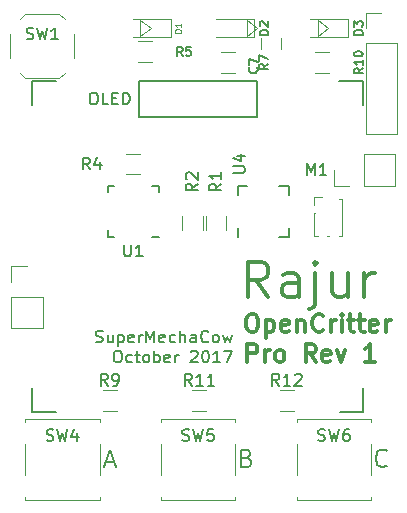
<source format=gto>
G04 #@! TF.FileFunction,Legend,Top*
%FSLAX46Y46*%
G04 Gerber Fmt 4.6, Leading zero omitted, Abs format (unit mm)*
G04 Created by KiCad (PCBNEW 4.0.6) date 10/02/17 14:09:37*
%MOMM*%
%LPD*%
G01*
G04 APERTURE LIST*
%ADD10C,0.100000*%
%ADD11C,0.200000*%
%ADD12C,0.300000*%
%ADD13C,0.120000*%
%ADD14C,0.150000*%
%ADD15C,0.125000*%
G04 APERTURE END LIST*
D10*
D11*
X142833332Y-81054762D02*
X142976189Y-81102381D01*
X143214285Y-81102381D01*
X143309523Y-81054762D01*
X143357142Y-81007143D01*
X143404761Y-80911905D01*
X143404761Y-80816667D01*
X143357142Y-80721429D01*
X143309523Y-80673810D01*
X143214285Y-80626190D01*
X143023808Y-80578571D01*
X142928570Y-80530952D01*
X142880951Y-80483333D01*
X142833332Y-80388095D01*
X142833332Y-80292857D01*
X142880951Y-80197619D01*
X142928570Y-80150000D01*
X143023808Y-80102381D01*
X143261904Y-80102381D01*
X143404761Y-80150000D01*
X144261904Y-80435714D02*
X144261904Y-81102381D01*
X143833332Y-80435714D02*
X143833332Y-80959524D01*
X143880951Y-81054762D01*
X143976189Y-81102381D01*
X144119047Y-81102381D01*
X144214285Y-81054762D01*
X144261904Y-81007143D01*
X144738094Y-80435714D02*
X144738094Y-81435714D01*
X144738094Y-80483333D02*
X144833332Y-80435714D01*
X145023809Y-80435714D01*
X145119047Y-80483333D01*
X145166666Y-80530952D01*
X145214285Y-80626190D01*
X145214285Y-80911905D01*
X145166666Y-81007143D01*
X145119047Y-81054762D01*
X145023809Y-81102381D01*
X144833332Y-81102381D01*
X144738094Y-81054762D01*
X146023809Y-81054762D02*
X145928571Y-81102381D01*
X145738094Y-81102381D01*
X145642856Y-81054762D01*
X145595237Y-80959524D01*
X145595237Y-80578571D01*
X145642856Y-80483333D01*
X145738094Y-80435714D01*
X145928571Y-80435714D01*
X146023809Y-80483333D01*
X146071428Y-80578571D01*
X146071428Y-80673810D01*
X145595237Y-80769048D01*
X146499999Y-81102381D02*
X146499999Y-80435714D01*
X146499999Y-80626190D02*
X146547618Y-80530952D01*
X146595237Y-80483333D01*
X146690475Y-80435714D01*
X146785714Y-80435714D01*
X147119047Y-81102381D02*
X147119047Y-80102381D01*
X147452381Y-80816667D01*
X147785714Y-80102381D01*
X147785714Y-81102381D01*
X148642857Y-81054762D02*
X148547619Y-81102381D01*
X148357142Y-81102381D01*
X148261904Y-81054762D01*
X148214285Y-80959524D01*
X148214285Y-80578571D01*
X148261904Y-80483333D01*
X148357142Y-80435714D01*
X148547619Y-80435714D01*
X148642857Y-80483333D01*
X148690476Y-80578571D01*
X148690476Y-80673810D01*
X148214285Y-80769048D01*
X149547619Y-81054762D02*
X149452381Y-81102381D01*
X149261904Y-81102381D01*
X149166666Y-81054762D01*
X149119047Y-81007143D01*
X149071428Y-80911905D01*
X149071428Y-80626190D01*
X149119047Y-80530952D01*
X149166666Y-80483333D01*
X149261904Y-80435714D01*
X149452381Y-80435714D01*
X149547619Y-80483333D01*
X149976190Y-81102381D02*
X149976190Y-80102381D01*
X150404762Y-81102381D02*
X150404762Y-80578571D01*
X150357143Y-80483333D01*
X150261905Y-80435714D01*
X150119047Y-80435714D01*
X150023809Y-80483333D01*
X149976190Y-80530952D01*
X151309524Y-81102381D02*
X151309524Y-80578571D01*
X151261905Y-80483333D01*
X151166667Y-80435714D01*
X150976190Y-80435714D01*
X150880952Y-80483333D01*
X151309524Y-81054762D02*
X151214286Y-81102381D01*
X150976190Y-81102381D01*
X150880952Y-81054762D01*
X150833333Y-80959524D01*
X150833333Y-80864286D01*
X150880952Y-80769048D01*
X150976190Y-80721429D01*
X151214286Y-80721429D01*
X151309524Y-80673810D01*
X152357143Y-81007143D02*
X152309524Y-81054762D01*
X152166667Y-81102381D01*
X152071429Y-81102381D01*
X151928571Y-81054762D01*
X151833333Y-80959524D01*
X151785714Y-80864286D01*
X151738095Y-80673810D01*
X151738095Y-80530952D01*
X151785714Y-80340476D01*
X151833333Y-80245238D01*
X151928571Y-80150000D01*
X152071429Y-80102381D01*
X152166667Y-80102381D01*
X152309524Y-80150000D01*
X152357143Y-80197619D01*
X152928571Y-81102381D02*
X152833333Y-81054762D01*
X152785714Y-81007143D01*
X152738095Y-80911905D01*
X152738095Y-80626190D01*
X152785714Y-80530952D01*
X152833333Y-80483333D01*
X152928571Y-80435714D01*
X153071429Y-80435714D01*
X153166667Y-80483333D01*
X153214286Y-80530952D01*
X153261905Y-80626190D01*
X153261905Y-80911905D01*
X153214286Y-81007143D01*
X153166667Y-81054762D01*
X153071429Y-81102381D01*
X152928571Y-81102381D01*
X153595238Y-80435714D02*
X153785714Y-81102381D01*
X153976191Y-80626190D01*
X154166667Y-81102381D01*
X154357143Y-80435714D01*
X144595236Y-81802381D02*
X144785713Y-81802381D01*
X144880951Y-81850000D01*
X144976189Y-81945238D01*
X145023808Y-82135714D01*
X145023808Y-82469048D01*
X144976189Y-82659524D01*
X144880951Y-82754762D01*
X144785713Y-82802381D01*
X144595236Y-82802381D01*
X144499998Y-82754762D01*
X144404760Y-82659524D01*
X144357141Y-82469048D01*
X144357141Y-82135714D01*
X144404760Y-81945238D01*
X144499998Y-81850000D01*
X144595236Y-81802381D01*
X145880951Y-82754762D02*
X145785713Y-82802381D01*
X145595236Y-82802381D01*
X145499998Y-82754762D01*
X145452379Y-82707143D01*
X145404760Y-82611905D01*
X145404760Y-82326190D01*
X145452379Y-82230952D01*
X145499998Y-82183333D01*
X145595236Y-82135714D01*
X145785713Y-82135714D01*
X145880951Y-82183333D01*
X146166665Y-82135714D02*
X146547617Y-82135714D01*
X146309522Y-81802381D02*
X146309522Y-82659524D01*
X146357141Y-82754762D01*
X146452379Y-82802381D01*
X146547617Y-82802381D01*
X147023808Y-82802381D02*
X146928570Y-82754762D01*
X146880951Y-82707143D01*
X146833332Y-82611905D01*
X146833332Y-82326190D01*
X146880951Y-82230952D01*
X146928570Y-82183333D01*
X147023808Y-82135714D01*
X147166666Y-82135714D01*
X147261904Y-82183333D01*
X147309523Y-82230952D01*
X147357142Y-82326190D01*
X147357142Y-82611905D01*
X147309523Y-82707143D01*
X147261904Y-82754762D01*
X147166666Y-82802381D01*
X147023808Y-82802381D01*
X147785713Y-82802381D02*
X147785713Y-81802381D01*
X147785713Y-82183333D02*
X147880951Y-82135714D01*
X148071428Y-82135714D01*
X148166666Y-82183333D01*
X148214285Y-82230952D01*
X148261904Y-82326190D01*
X148261904Y-82611905D01*
X148214285Y-82707143D01*
X148166666Y-82754762D01*
X148071428Y-82802381D01*
X147880951Y-82802381D01*
X147785713Y-82754762D01*
X149071428Y-82754762D02*
X148976190Y-82802381D01*
X148785713Y-82802381D01*
X148690475Y-82754762D01*
X148642856Y-82659524D01*
X148642856Y-82278571D01*
X148690475Y-82183333D01*
X148785713Y-82135714D01*
X148976190Y-82135714D01*
X149071428Y-82183333D01*
X149119047Y-82278571D01*
X149119047Y-82373810D01*
X148642856Y-82469048D01*
X149547618Y-82802381D02*
X149547618Y-82135714D01*
X149547618Y-82326190D02*
X149595237Y-82230952D01*
X149642856Y-82183333D01*
X149738094Y-82135714D01*
X149833333Y-82135714D01*
X150880952Y-81897619D02*
X150928571Y-81850000D01*
X151023809Y-81802381D01*
X151261905Y-81802381D01*
X151357143Y-81850000D01*
X151404762Y-81897619D01*
X151452381Y-81992857D01*
X151452381Y-82088095D01*
X151404762Y-82230952D01*
X150833333Y-82802381D01*
X151452381Y-82802381D01*
X152071428Y-81802381D02*
X152166667Y-81802381D01*
X152261905Y-81850000D01*
X152309524Y-81897619D01*
X152357143Y-81992857D01*
X152404762Y-82183333D01*
X152404762Y-82421429D01*
X152357143Y-82611905D01*
X152309524Y-82707143D01*
X152261905Y-82754762D01*
X152166667Y-82802381D01*
X152071428Y-82802381D01*
X151976190Y-82754762D01*
X151928571Y-82707143D01*
X151880952Y-82611905D01*
X151833333Y-82421429D01*
X151833333Y-82183333D01*
X151880952Y-81992857D01*
X151928571Y-81897619D01*
X151976190Y-81850000D01*
X152071428Y-81802381D01*
X153357143Y-82802381D02*
X152785714Y-82802381D01*
X153071428Y-82802381D02*
X153071428Y-81802381D01*
X152976190Y-81945238D01*
X152880952Y-82040476D01*
X152785714Y-82088095D01*
X153690476Y-81802381D02*
X154357143Y-81802381D01*
X153928571Y-82802381D01*
D10*
X162500000Y-54500000D02*
X161600000Y-55200000D01*
X161600000Y-55200000D02*
X161600000Y-53800000D01*
X161600000Y-53800000D02*
X162500000Y-54500000D01*
X155600000Y-53800000D02*
X156500000Y-54500000D01*
X155600000Y-55200000D02*
X155600000Y-53800000D01*
X156500000Y-54500000D02*
X155600000Y-55200000D01*
X147500000Y-54500000D02*
X146600000Y-55200000D01*
X146600000Y-53800000D02*
X147500000Y-54500000D01*
X146600000Y-55200000D02*
X146600000Y-53800000D01*
D12*
X155942857Y-78703571D02*
X156228571Y-78703571D01*
X156371429Y-78775000D01*
X156514286Y-78917857D01*
X156585714Y-79203571D01*
X156585714Y-79703571D01*
X156514286Y-79989286D01*
X156371429Y-80132143D01*
X156228571Y-80203571D01*
X155942857Y-80203571D01*
X155800000Y-80132143D01*
X155657143Y-79989286D01*
X155585714Y-79703571D01*
X155585714Y-79203571D01*
X155657143Y-78917857D01*
X155800000Y-78775000D01*
X155942857Y-78703571D01*
X157228572Y-79203571D02*
X157228572Y-80703571D01*
X157228572Y-79275000D02*
X157371429Y-79203571D01*
X157657143Y-79203571D01*
X157800000Y-79275000D01*
X157871429Y-79346429D01*
X157942858Y-79489286D01*
X157942858Y-79917857D01*
X157871429Y-80060714D01*
X157800000Y-80132143D01*
X157657143Y-80203571D01*
X157371429Y-80203571D01*
X157228572Y-80132143D01*
X159157143Y-80132143D02*
X159014286Y-80203571D01*
X158728572Y-80203571D01*
X158585715Y-80132143D01*
X158514286Y-79989286D01*
X158514286Y-79417857D01*
X158585715Y-79275000D01*
X158728572Y-79203571D01*
X159014286Y-79203571D01*
X159157143Y-79275000D01*
X159228572Y-79417857D01*
X159228572Y-79560714D01*
X158514286Y-79703571D01*
X159871429Y-79203571D02*
X159871429Y-80203571D01*
X159871429Y-79346429D02*
X159942857Y-79275000D01*
X160085715Y-79203571D01*
X160300000Y-79203571D01*
X160442857Y-79275000D01*
X160514286Y-79417857D01*
X160514286Y-80203571D01*
X162085715Y-80060714D02*
X162014286Y-80132143D01*
X161800000Y-80203571D01*
X161657143Y-80203571D01*
X161442858Y-80132143D01*
X161300000Y-79989286D01*
X161228572Y-79846429D01*
X161157143Y-79560714D01*
X161157143Y-79346429D01*
X161228572Y-79060714D01*
X161300000Y-78917857D01*
X161442858Y-78775000D01*
X161657143Y-78703571D01*
X161800000Y-78703571D01*
X162014286Y-78775000D01*
X162085715Y-78846429D01*
X162728572Y-80203571D02*
X162728572Y-79203571D01*
X162728572Y-79489286D02*
X162800000Y-79346429D01*
X162871429Y-79275000D01*
X163014286Y-79203571D01*
X163157143Y-79203571D01*
X163657143Y-80203571D02*
X163657143Y-79203571D01*
X163657143Y-78703571D02*
X163585714Y-78775000D01*
X163657143Y-78846429D01*
X163728571Y-78775000D01*
X163657143Y-78703571D01*
X163657143Y-78846429D01*
X164157143Y-79203571D02*
X164728572Y-79203571D01*
X164371429Y-78703571D02*
X164371429Y-79989286D01*
X164442857Y-80132143D01*
X164585715Y-80203571D01*
X164728572Y-80203571D01*
X165014286Y-79203571D02*
X165585715Y-79203571D01*
X165228572Y-78703571D02*
X165228572Y-79989286D01*
X165300000Y-80132143D01*
X165442858Y-80203571D01*
X165585715Y-80203571D01*
X166657143Y-80132143D02*
X166514286Y-80203571D01*
X166228572Y-80203571D01*
X166085715Y-80132143D01*
X166014286Y-79989286D01*
X166014286Y-79417857D01*
X166085715Y-79275000D01*
X166228572Y-79203571D01*
X166514286Y-79203571D01*
X166657143Y-79275000D01*
X166728572Y-79417857D01*
X166728572Y-79560714D01*
X166014286Y-79703571D01*
X167371429Y-80203571D02*
X167371429Y-79203571D01*
X167371429Y-79489286D02*
X167442857Y-79346429D01*
X167514286Y-79275000D01*
X167657143Y-79203571D01*
X167800000Y-79203571D01*
X155657143Y-82753571D02*
X155657143Y-81253571D01*
X156228571Y-81253571D01*
X156371429Y-81325000D01*
X156442857Y-81396429D01*
X156514286Y-81539286D01*
X156514286Y-81753571D01*
X156442857Y-81896429D01*
X156371429Y-81967857D01*
X156228571Y-82039286D01*
X155657143Y-82039286D01*
X157157143Y-82753571D02*
X157157143Y-81753571D01*
X157157143Y-82039286D02*
X157228571Y-81896429D01*
X157300000Y-81825000D01*
X157442857Y-81753571D01*
X157585714Y-81753571D01*
X158300000Y-82753571D02*
X158157142Y-82682143D01*
X158085714Y-82610714D01*
X158014285Y-82467857D01*
X158014285Y-82039286D01*
X158085714Y-81896429D01*
X158157142Y-81825000D01*
X158300000Y-81753571D01*
X158514285Y-81753571D01*
X158657142Y-81825000D01*
X158728571Y-81896429D01*
X158800000Y-82039286D01*
X158800000Y-82467857D01*
X158728571Y-82610714D01*
X158657142Y-82682143D01*
X158514285Y-82753571D01*
X158300000Y-82753571D01*
X161442857Y-82753571D02*
X160942857Y-82039286D01*
X160585714Y-82753571D02*
X160585714Y-81253571D01*
X161157142Y-81253571D01*
X161300000Y-81325000D01*
X161371428Y-81396429D01*
X161442857Y-81539286D01*
X161442857Y-81753571D01*
X161371428Y-81896429D01*
X161300000Y-81967857D01*
X161157142Y-82039286D01*
X160585714Y-82039286D01*
X162657142Y-82682143D02*
X162514285Y-82753571D01*
X162228571Y-82753571D01*
X162085714Y-82682143D01*
X162014285Y-82539286D01*
X162014285Y-81967857D01*
X162085714Y-81825000D01*
X162228571Y-81753571D01*
X162514285Y-81753571D01*
X162657142Y-81825000D01*
X162728571Y-81967857D01*
X162728571Y-82110714D01*
X162014285Y-82253571D01*
X163228571Y-81753571D02*
X163585714Y-82753571D01*
X163942856Y-81753571D01*
X166442856Y-82753571D02*
X165585713Y-82753571D01*
X166014285Y-82753571D02*
X166014285Y-81253571D01*
X165871428Y-81467857D01*
X165728570Y-81610714D01*
X165585713Y-81682143D01*
X157428571Y-77257143D02*
X156428571Y-75828571D01*
X155714286Y-77257143D02*
X155714286Y-74257143D01*
X156857143Y-74257143D01*
X157142857Y-74400000D01*
X157285714Y-74542857D01*
X157428571Y-74828571D01*
X157428571Y-75257143D01*
X157285714Y-75542857D01*
X157142857Y-75685714D01*
X156857143Y-75828571D01*
X155714286Y-75828571D01*
X160000000Y-77257143D02*
X160000000Y-75685714D01*
X159857143Y-75400000D01*
X159571429Y-75257143D01*
X159000000Y-75257143D01*
X158714286Y-75400000D01*
X160000000Y-77114286D02*
X159714286Y-77257143D01*
X159000000Y-77257143D01*
X158714286Y-77114286D01*
X158571429Y-76828571D01*
X158571429Y-76542857D01*
X158714286Y-76257143D01*
X159000000Y-76114286D01*
X159714286Y-76114286D01*
X160000000Y-75971429D01*
X161428572Y-75257143D02*
X161428572Y-77828571D01*
X161285715Y-78114286D01*
X161000000Y-78257143D01*
X160857143Y-78257143D01*
X161428572Y-74257143D02*
X161285715Y-74400000D01*
X161428572Y-74542857D01*
X161571429Y-74400000D01*
X161428572Y-74257143D01*
X161428572Y-74542857D01*
X164142857Y-75257143D02*
X164142857Y-77257143D01*
X162857143Y-75257143D02*
X162857143Y-76828571D01*
X163000000Y-77114286D01*
X163285714Y-77257143D01*
X163714286Y-77257143D01*
X164000000Y-77114286D01*
X164142857Y-76971429D01*
X165571429Y-77257143D02*
X165571429Y-75257143D01*
X165571429Y-75828571D02*
X165714286Y-75542857D01*
X165857143Y-75400000D01*
X166142857Y-75257143D01*
X166428572Y-75257143D01*
D13*
X135670000Y-79870000D02*
X138330000Y-79870000D01*
X135670000Y-77270000D02*
X135670000Y-79870000D01*
X138330000Y-77270000D02*
X138330000Y-79870000D01*
X135670000Y-77270000D02*
X138330000Y-77270000D01*
X135670000Y-76000000D02*
X135670000Y-74670000D01*
X135670000Y-74670000D02*
X137000000Y-74670000D01*
X158550000Y-56300000D02*
X158550000Y-55300000D01*
X156850000Y-55300000D02*
X156850000Y-56300000D01*
X146000000Y-53750000D02*
X149200000Y-53750000D01*
X149200000Y-55250000D02*
X146000000Y-55250000D01*
X149200000Y-55250000D02*
X149200000Y-53750000D01*
X153000000Y-53750000D02*
X156200000Y-53750000D01*
X156200000Y-55250000D02*
X153000000Y-55250000D01*
X156200000Y-55250000D02*
X156200000Y-53750000D01*
X161000000Y-53750000D02*
X164200000Y-53750000D01*
X164200000Y-55250000D02*
X161000000Y-55250000D01*
X164200000Y-55250000D02*
X164200000Y-53750000D01*
X168170000Y-67830000D02*
X168170000Y-65170000D01*
X165570000Y-67830000D02*
X168170000Y-67830000D01*
X165570000Y-65170000D02*
X168170000Y-65170000D01*
X165570000Y-67830000D02*
X165570000Y-65170000D01*
X164300000Y-67830000D02*
X162970000Y-67830000D01*
X162970000Y-67830000D02*
X162970000Y-66500000D01*
X152120000Y-71600000D02*
X152120000Y-70400000D01*
X153880000Y-70400000D02*
X153880000Y-71600000D01*
X150120000Y-71600000D02*
X150120000Y-70400000D01*
X151880000Y-70400000D02*
X151880000Y-71600000D01*
X145400000Y-65120000D02*
X146600000Y-65120000D01*
X146600000Y-66880000D02*
X145400000Y-66880000D01*
X147600000Y-57380000D02*
X146400000Y-57380000D01*
X146400000Y-55620000D02*
X147600000Y-55620000D01*
X153400000Y-56520000D02*
X154600000Y-56520000D01*
X154600000Y-58280000D02*
X153400000Y-58280000D01*
X144600000Y-86880000D02*
X143400000Y-86880000D01*
X143400000Y-85120000D02*
X144600000Y-85120000D01*
X161400000Y-56520000D02*
X162600000Y-56520000D01*
X162600000Y-58280000D02*
X161400000Y-58280000D01*
X152200000Y-86880000D02*
X151000000Y-86880000D01*
X151000000Y-85120000D02*
X152200000Y-85120000D01*
X159600000Y-86880000D02*
X158400000Y-86880000D01*
X158400000Y-85120000D02*
X159600000Y-85120000D01*
X139750000Y-58700000D02*
X136850000Y-58700000D01*
X140200000Y-58250000D02*
X139750000Y-58700000D01*
X141000000Y-55000000D02*
X141000000Y-57000000D01*
X139750000Y-53300000D02*
X140200000Y-53750000D01*
X136850000Y-53300000D02*
X139750000Y-53300000D01*
X136400000Y-53750000D02*
X136850000Y-53300000D01*
X135600000Y-57000000D02*
X135600000Y-55000000D01*
X136850000Y-58700000D02*
X136400000Y-58250000D01*
X136850000Y-87800000D02*
X136850000Y-87550000D01*
X136850000Y-87550000D02*
X143150000Y-87550000D01*
X143150000Y-87550000D02*
X143150000Y-87800000D01*
X136850000Y-92300000D02*
X136850000Y-89700000D01*
X143150000Y-94200000D02*
X143150000Y-94450000D01*
X143150000Y-94450000D02*
X136850000Y-94450000D01*
X136850000Y-94450000D02*
X136850000Y-94200000D01*
X143150000Y-89700000D02*
X143150000Y-92300000D01*
X148350000Y-87800000D02*
X148350000Y-87550000D01*
X148350000Y-87550000D02*
X154650000Y-87550000D01*
X154650000Y-87550000D02*
X154650000Y-87800000D01*
X148350000Y-92300000D02*
X148350000Y-89700000D01*
X154650000Y-94200000D02*
X154650000Y-94450000D01*
X154650000Y-94450000D02*
X148350000Y-94450000D01*
X148350000Y-94450000D02*
X148350000Y-94200000D01*
X154650000Y-89700000D02*
X154650000Y-92300000D01*
X159850000Y-87800000D02*
X159850000Y-87550000D01*
X159850000Y-87550000D02*
X166150000Y-87550000D01*
X166150000Y-87550000D02*
X166150000Y-87800000D01*
X159850000Y-92300000D02*
X159850000Y-89700000D01*
X166150000Y-94200000D02*
X166150000Y-94450000D01*
X166150000Y-94450000D02*
X159850000Y-94450000D01*
X159850000Y-94450000D02*
X159850000Y-94200000D01*
X166150000Y-89700000D02*
X166150000Y-92300000D01*
D14*
X143850000Y-72150000D02*
X143850000Y-71625000D01*
X148150000Y-67850000D02*
X148150000Y-68375000D01*
X143850000Y-67850000D02*
X143850000Y-68375000D01*
X148150000Y-72150000D02*
X147625000Y-72150000D01*
X148150000Y-67850000D02*
X147625000Y-67850000D01*
X143850000Y-67850000D02*
X144375000Y-67850000D01*
X143850000Y-72150000D02*
X144375000Y-72150000D01*
X154850000Y-67850000D02*
X155625000Y-67850000D01*
X159150000Y-72150000D02*
X158375000Y-72150000D01*
X159150000Y-67850000D02*
X158375000Y-67850000D01*
X154850000Y-72150000D02*
X154850000Y-71375000D01*
X159150000Y-72150000D02*
X159150000Y-71375000D01*
X159150000Y-67850000D02*
X159150000Y-68625000D01*
X154850000Y-67850000D02*
X154850000Y-68625000D01*
D13*
X161290000Y-72060000D02*
X161605507Y-72060000D01*
X163394493Y-72060000D02*
X163710000Y-72060000D01*
X162394493Y-72060000D02*
X162605507Y-72060000D01*
X161290000Y-70185000D02*
X161290000Y-72060000D01*
X163710000Y-68940000D02*
X163710000Y-72060000D01*
X161290000Y-70185000D02*
X161391724Y-70185000D01*
X163394493Y-68940000D02*
X163710000Y-68940000D01*
X161290000Y-69500000D02*
X161290000Y-68815000D01*
X161290000Y-68815000D02*
X162000000Y-68815000D01*
D14*
X156460000Y-62000000D02*
X156460000Y-59000000D01*
X146460000Y-62000000D02*
X156460000Y-62000000D01*
X146460000Y-59000000D02*
X146460000Y-62000000D01*
X137460000Y-87000000D02*
X137460000Y-85000000D01*
X146460000Y-59000000D02*
X156460000Y-59000000D01*
X137460000Y-87000000D02*
X139460000Y-87000000D01*
X165464561Y-87000000D02*
X163464561Y-87000000D01*
X165460000Y-87000000D02*
X165460000Y-85000000D01*
X165460000Y-59000000D02*
X165460000Y-61000000D01*
X165460000Y-59000000D02*
X163460000Y-59000000D01*
X137460000Y-59000000D02*
X137460000Y-61000000D01*
X137460000Y-59000000D02*
X139460000Y-59000000D01*
D13*
X165670000Y-63450000D02*
X168330000Y-63450000D01*
X165670000Y-55770000D02*
X165670000Y-63450000D01*
X168330000Y-55770000D02*
X168330000Y-63450000D01*
X165670000Y-55770000D02*
X168330000Y-55770000D01*
X165670000Y-54500000D02*
X165670000Y-53170000D01*
X165670000Y-53170000D02*
X167000000Y-53170000D01*
D14*
X156467857Y-57825000D02*
X156503571Y-57860714D01*
X156539286Y-57967857D01*
X156539286Y-58039286D01*
X156503571Y-58146429D01*
X156432143Y-58217857D01*
X156360714Y-58253572D01*
X156217857Y-58289286D01*
X156110714Y-58289286D01*
X155967857Y-58253572D01*
X155896429Y-58217857D01*
X155825000Y-58146429D01*
X155789286Y-58039286D01*
X155789286Y-57967857D01*
X155825000Y-57860714D01*
X155860714Y-57825000D01*
X155789286Y-57575000D02*
X155789286Y-57075000D01*
X156539286Y-57396429D01*
D15*
X150026190Y-54869047D02*
X149526190Y-54869047D01*
X149526190Y-54750000D01*
X149550000Y-54678571D01*
X149597619Y-54630952D01*
X149645238Y-54607143D01*
X149740476Y-54583333D01*
X149811905Y-54583333D01*
X149907143Y-54607143D01*
X149954762Y-54630952D01*
X150002381Y-54678571D01*
X150026190Y-54750000D01*
X150026190Y-54869047D01*
X150026190Y-54107143D02*
X150026190Y-54392857D01*
X150026190Y-54250000D02*
X149526190Y-54250000D01*
X149597619Y-54297619D01*
X149645238Y-54345238D01*
X149669048Y-54392857D01*
D14*
X157439286Y-55053572D02*
X156689286Y-55053572D01*
X156689286Y-54875000D01*
X156725000Y-54767857D01*
X156796429Y-54696429D01*
X156867857Y-54660714D01*
X157010714Y-54625000D01*
X157117857Y-54625000D01*
X157260714Y-54660714D01*
X157332143Y-54696429D01*
X157403571Y-54767857D01*
X157439286Y-54875000D01*
X157439286Y-55053572D01*
X156760714Y-54339286D02*
X156725000Y-54303572D01*
X156689286Y-54232143D01*
X156689286Y-54053572D01*
X156725000Y-53982143D01*
X156760714Y-53946429D01*
X156832143Y-53910714D01*
X156903571Y-53910714D01*
X157010714Y-53946429D01*
X157439286Y-54375000D01*
X157439286Y-53910714D01*
X165439286Y-55053572D02*
X164689286Y-55053572D01*
X164689286Y-54875000D01*
X164725000Y-54767857D01*
X164796429Y-54696429D01*
X164867857Y-54660714D01*
X165010714Y-54625000D01*
X165117857Y-54625000D01*
X165260714Y-54660714D01*
X165332143Y-54696429D01*
X165403571Y-54767857D01*
X165439286Y-54875000D01*
X165439286Y-55053572D01*
X164689286Y-54375000D02*
X164689286Y-53910714D01*
X164975000Y-54160714D01*
X164975000Y-54053572D01*
X165010714Y-53982143D01*
X165046429Y-53946429D01*
X165117857Y-53910714D01*
X165296429Y-53910714D01*
X165367857Y-53946429D01*
X165403571Y-53982143D01*
X165439286Y-54053572D01*
X165439286Y-54267857D01*
X165403571Y-54339286D01*
X165367857Y-54375000D01*
X160690476Y-66952381D02*
X160690476Y-65952381D01*
X161023810Y-66666667D01*
X161357143Y-65952381D01*
X161357143Y-66952381D01*
X162357143Y-66952381D02*
X161785714Y-66952381D01*
X162071428Y-66952381D02*
X162071428Y-65952381D01*
X161976190Y-66095238D01*
X161880952Y-66190476D01*
X161785714Y-66238095D01*
X153452381Y-67666666D02*
X152976190Y-68000000D01*
X153452381Y-68238095D02*
X152452381Y-68238095D01*
X152452381Y-67857142D01*
X152500000Y-67761904D01*
X152547619Y-67714285D01*
X152642857Y-67666666D01*
X152785714Y-67666666D01*
X152880952Y-67714285D01*
X152928571Y-67761904D01*
X152976190Y-67857142D01*
X152976190Y-68238095D01*
X153452381Y-66714285D02*
X153452381Y-67285714D01*
X153452381Y-67000000D02*
X152452381Y-67000000D01*
X152595238Y-67095238D01*
X152690476Y-67190476D01*
X152738095Y-67285714D01*
X151452381Y-67666666D02*
X150976190Y-68000000D01*
X151452381Y-68238095D02*
X150452381Y-68238095D01*
X150452381Y-67857142D01*
X150500000Y-67761904D01*
X150547619Y-67714285D01*
X150642857Y-67666666D01*
X150785714Y-67666666D01*
X150880952Y-67714285D01*
X150928571Y-67761904D01*
X150976190Y-67857142D01*
X150976190Y-68238095D01*
X150547619Y-67285714D02*
X150500000Y-67238095D01*
X150452381Y-67142857D01*
X150452381Y-66904761D01*
X150500000Y-66809523D01*
X150547619Y-66761904D01*
X150642857Y-66714285D01*
X150738095Y-66714285D01*
X150880952Y-66761904D01*
X151452381Y-67333333D01*
X151452381Y-66714285D01*
X142333334Y-66452381D02*
X142000000Y-65976190D01*
X141761905Y-66452381D02*
X141761905Y-65452381D01*
X142142858Y-65452381D01*
X142238096Y-65500000D01*
X142285715Y-65547619D01*
X142333334Y-65642857D01*
X142333334Y-65785714D01*
X142285715Y-65880952D01*
X142238096Y-65928571D01*
X142142858Y-65976190D01*
X141761905Y-65976190D01*
X143190477Y-65785714D02*
X143190477Y-66452381D01*
X142952381Y-65404762D02*
X142714286Y-66119048D01*
X143333334Y-66119048D01*
X150175000Y-56839286D02*
X149925000Y-56482143D01*
X149746428Y-56839286D02*
X149746428Y-56089286D01*
X150032143Y-56089286D01*
X150103571Y-56125000D01*
X150139286Y-56160714D01*
X150175000Y-56232143D01*
X150175000Y-56339286D01*
X150139286Y-56410714D01*
X150103571Y-56446429D01*
X150032143Y-56482143D01*
X149746428Y-56482143D01*
X150853571Y-56089286D02*
X150496428Y-56089286D01*
X150460714Y-56446429D01*
X150496428Y-56410714D01*
X150567857Y-56375000D01*
X150746428Y-56375000D01*
X150817857Y-56410714D01*
X150853571Y-56446429D01*
X150889286Y-56517857D01*
X150889286Y-56696429D01*
X150853571Y-56767857D01*
X150817857Y-56803571D01*
X150746428Y-56839286D01*
X150567857Y-56839286D01*
X150496428Y-56803571D01*
X150460714Y-56767857D01*
X157389286Y-57525000D02*
X157032143Y-57775000D01*
X157389286Y-57953572D02*
X156639286Y-57953572D01*
X156639286Y-57667857D01*
X156675000Y-57596429D01*
X156710714Y-57560714D01*
X156782143Y-57525000D01*
X156889286Y-57525000D01*
X156960714Y-57560714D01*
X156996429Y-57596429D01*
X157032143Y-57667857D01*
X157032143Y-57953572D01*
X156639286Y-57275000D02*
X156639286Y-56775000D01*
X157389286Y-57096429D01*
X143833334Y-84752381D02*
X143500000Y-84276190D01*
X143261905Y-84752381D02*
X143261905Y-83752381D01*
X143642858Y-83752381D01*
X143738096Y-83800000D01*
X143785715Y-83847619D01*
X143833334Y-83942857D01*
X143833334Y-84085714D01*
X143785715Y-84180952D01*
X143738096Y-84228571D01*
X143642858Y-84276190D01*
X143261905Y-84276190D01*
X144309524Y-84752381D02*
X144500000Y-84752381D01*
X144595239Y-84704762D01*
X144642858Y-84657143D01*
X144738096Y-84514286D01*
X144785715Y-84323810D01*
X144785715Y-83942857D01*
X144738096Y-83847619D01*
X144690477Y-83800000D01*
X144595239Y-83752381D01*
X144404762Y-83752381D01*
X144309524Y-83800000D01*
X144261905Y-83847619D01*
X144214286Y-83942857D01*
X144214286Y-84180952D01*
X144261905Y-84276190D01*
X144309524Y-84323810D01*
X144404762Y-84371429D01*
X144595239Y-84371429D01*
X144690477Y-84323810D01*
X144738096Y-84276190D01*
X144785715Y-84180952D01*
X165439286Y-57882143D02*
X165082143Y-58132143D01*
X165439286Y-58310715D02*
X164689286Y-58310715D01*
X164689286Y-58025000D01*
X164725000Y-57953572D01*
X164760714Y-57917857D01*
X164832143Y-57882143D01*
X164939286Y-57882143D01*
X165010714Y-57917857D01*
X165046429Y-57953572D01*
X165082143Y-58025000D01*
X165082143Y-58310715D01*
X165439286Y-57167857D02*
X165439286Y-57596429D01*
X165439286Y-57382143D02*
X164689286Y-57382143D01*
X164796429Y-57453572D01*
X164867857Y-57525000D01*
X164903571Y-57596429D01*
X164689286Y-56703571D02*
X164689286Y-56632143D01*
X164725000Y-56560714D01*
X164760714Y-56525000D01*
X164832143Y-56489286D01*
X164975000Y-56453571D01*
X165153571Y-56453571D01*
X165296429Y-56489286D01*
X165367857Y-56525000D01*
X165403571Y-56560714D01*
X165439286Y-56632143D01*
X165439286Y-56703571D01*
X165403571Y-56775000D01*
X165367857Y-56810714D01*
X165296429Y-56846429D01*
X165153571Y-56882143D01*
X164975000Y-56882143D01*
X164832143Y-56846429D01*
X164760714Y-56810714D01*
X164725000Y-56775000D01*
X164689286Y-56703571D01*
X150957143Y-84752381D02*
X150623809Y-84276190D01*
X150385714Y-84752381D02*
X150385714Y-83752381D01*
X150766667Y-83752381D01*
X150861905Y-83800000D01*
X150909524Y-83847619D01*
X150957143Y-83942857D01*
X150957143Y-84085714D01*
X150909524Y-84180952D01*
X150861905Y-84228571D01*
X150766667Y-84276190D01*
X150385714Y-84276190D01*
X151909524Y-84752381D02*
X151338095Y-84752381D01*
X151623809Y-84752381D02*
X151623809Y-83752381D01*
X151528571Y-83895238D01*
X151433333Y-83990476D01*
X151338095Y-84038095D01*
X152861905Y-84752381D02*
X152290476Y-84752381D01*
X152576190Y-84752381D02*
X152576190Y-83752381D01*
X152480952Y-83895238D01*
X152385714Y-83990476D01*
X152290476Y-84038095D01*
X158357143Y-84752381D02*
X158023809Y-84276190D01*
X157785714Y-84752381D02*
X157785714Y-83752381D01*
X158166667Y-83752381D01*
X158261905Y-83800000D01*
X158309524Y-83847619D01*
X158357143Y-83942857D01*
X158357143Y-84085714D01*
X158309524Y-84180952D01*
X158261905Y-84228571D01*
X158166667Y-84276190D01*
X157785714Y-84276190D01*
X159309524Y-84752381D02*
X158738095Y-84752381D01*
X159023809Y-84752381D02*
X159023809Y-83752381D01*
X158928571Y-83895238D01*
X158833333Y-83990476D01*
X158738095Y-84038095D01*
X159690476Y-83847619D02*
X159738095Y-83800000D01*
X159833333Y-83752381D01*
X160071429Y-83752381D01*
X160166667Y-83800000D01*
X160214286Y-83847619D01*
X160261905Y-83942857D01*
X160261905Y-84038095D01*
X160214286Y-84180952D01*
X159642857Y-84752381D01*
X160261905Y-84752381D01*
X136966667Y-55404762D02*
X137109524Y-55452381D01*
X137347620Y-55452381D01*
X137442858Y-55404762D01*
X137490477Y-55357143D01*
X137538096Y-55261905D01*
X137538096Y-55166667D01*
X137490477Y-55071429D01*
X137442858Y-55023810D01*
X137347620Y-54976190D01*
X137157143Y-54928571D01*
X137061905Y-54880952D01*
X137014286Y-54833333D01*
X136966667Y-54738095D01*
X136966667Y-54642857D01*
X137014286Y-54547619D01*
X137061905Y-54500000D01*
X137157143Y-54452381D01*
X137395239Y-54452381D01*
X137538096Y-54500000D01*
X137871429Y-54452381D02*
X138109524Y-55452381D01*
X138300001Y-54738095D01*
X138490477Y-55452381D01*
X138728572Y-54452381D01*
X139633334Y-55452381D02*
X139061905Y-55452381D01*
X139347619Y-55452381D02*
X139347619Y-54452381D01*
X139252381Y-54595238D01*
X139157143Y-54690476D01*
X139061905Y-54738095D01*
X138666667Y-89404762D02*
X138809524Y-89452381D01*
X139047620Y-89452381D01*
X139142858Y-89404762D01*
X139190477Y-89357143D01*
X139238096Y-89261905D01*
X139238096Y-89166667D01*
X139190477Y-89071429D01*
X139142858Y-89023810D01*
X139047620Y-88976190D01*
X138857143Y-88928571D01*
X138761905Y-88880952D01*
X138714286Y-88833333D01*
X138666667Y-88738095D01*
X138666667Y-88642857D01*
X138714286Y-88547619D01*
X138761905Y-88500000D01*
X138857143Y-88452381D01*
X139095239Y-88452381D01*
X139238096Y-88500000D01*
X139571429Y-88452381D02*
X139809524Y-89452381D01*
X140000001Y-88738095D01*
X140190477Y-89452381D01*
X140428572Y-88452381D01*
X141238096Y-88785714D02*
X141238096Y-89452381D01*
X141000000Y-88404762D02*
X140761905Y-89119048D01*
X141380953Y-89119048D01*
X143642857Y-91250000D02*
X144357143Y-91250000D01*
X143500000Y-91678571D02*
X144000000Y-90178571D01*
X144500000Y-91678571D01*
X150166667Y-89404762D02*
X150309524Y-89452381D01*
X150547620Y-89452381D01*
X150642858Y-89404762D01*
X150690477Y-89357143D01*
X150738096Y-89261905D01*
X150738096Y-89166667D01*
X150690477Y-89071429D01*
X150642858Y-89023810D01*
X150547620Y-88976190D01*
X150357143Y-88928571D01*
X150261905Y-88880952D01*
X150214286Y-88833333D01*
X150166667Y-88738095D01*
X150166667Y-88642857D01*
X150214286Y-88547619D01*
X150261905Y-88500000D01*
X150357143Y-88452381D01*
X150595239Y-88452381D01*
X150738096Y-88500000D01*
X151071429Y-88452381D02*
X151309524Y-89452381D01*
X151500001Y-88738095D01*
X151690477Y-89452381D01*
X151928572Y-88452381D01*
X152785715Y-88452381D02*
X152309524Y-88452381D01*
X152261905Y-88928571D01*
X152309524Y-88880952D01*
X152404762Y-88833333D01*
X152642858Y-88833333D01*
X152738096Y-88880952D01*
X152785715Y-88928571D01*
X152833334Y-89023810D01*
X152833334Y-89261905D01*
X152785715Y-89357143D01*
X152738096Y-89404762D01*
X152642858Y-89452381D01*
X152404762Y-89452381D01*
X152309524Y-89404762D01*
X152261905Y-89357143D01*
X155607143Y-90892857D02*
X155821429Y-90964286D01*
X155892857Y-91035714D01*
X155964286Y-91178571D01*
X155964286Y-91392857D01*
X155892857Y-91535714D01*
X155821429Y-91607143D01*
X155678571Y-91678571D01*
X155107143Y-91678571D01*
X155107143Y-90178571D01*
X155607143Y-90178571D01*
X155750000Y-90250000D01*
X155821429Y-90321429D01*
X155892857Y-90464286D01*
X155892857Y-90607143D01*
X155821429Y-90750000D01*
X155750000Y-90821429D01*
X155607143Y-90892857D01*
X155107143Y-90892857D01*
X161666667Y-89404762D02*
X161809524Y-89452381D01*
X162047620Y-89452381D01*
X162142858Y-89404762D01*
X162190477Y-89357143D01*
X162238096Y-89261905D01*
X162238096Y-89166667D01*
X162190477Y-89071429D01*
X162142858Y-89023810D01*
X162047620Y-88976190D01*
X161857143Y-88928571D01*
X161761905Y-88880952D01*
X161714286Y-88833333D01*
X161666667Y-88738095D01*
X161666667Y-88642857D01*
X161714286Y-88547619D01*
X161761905Y-88500000D01*
X161857143Y-88452381D01*
X162095239Y-88452381D01*
X162238096Y-88500000D01*
X162571429Y-88452381D02*
X162809524Y-89452381D01*
X163000001Y-88738095D01*
X163190477Y-89452381D01*
X163428572Y-88452381D01*
X164238096Y-88452381D02*
X164047619Y-88452381D01*
X163952381Y-88500000D01*
X163904762Y-88547619D01*
X163809524Y-88690476D01*
X163761905Y-88880952D01*
X163761905Y-89261905D01*
X163809524Y-89357143D01*
X163857143Y-89404762D01*
X163952381Y-89452381D01*
X164142858Y-89452381D01*
X164238096Y-89404762D01*
X164285715Y-89357143D01*
X164333334Y-89261905D01*
X164333334Y-89023810D01*
X164285715Y-88928571D01*
X164238096Y-88880952D01*
X164142858Y-88833333D01*
X163952381Y-88833333D01*
X163857143Y-88880952D01*
X163809524Y-88928571D01*
X163761905Y-89023810D01*
X167464286Y-91535714D02*
X167392857Y-91607143D01*
X167178571Y-91678571D01*
X167035714Y-91678571D01*
X166821429Y-91607143D01*
X166678571Y-91464286D01*
X166607143Y-91321429D01*
X166535714Y-91035714D01*
X166535714Y-90821429D01*
X166607143Y-90535714D01*
X166678571Y-90392857D01*
X166821429Y-90250000D01*
X167035714Y-90178571D01*
X167178571Y-90178571D01*
X167392857Y-90250000D01*
X167464286Y-90321429D01*
X145238095Y-72827381D02*
X145238095Y-73636905D01*
X145285714Y-73732143D01*
X145333333Y-73779762D01*
X145428571Y-73827381D01*
X145619048Y-73827381D01*
X145714286Y-73779762D01*
X145761905Y-73732143D01*
X145809524Y-73636905D01*
X145809524Y-72827381D01*
X146809524Y-73827381D02*
X146238095Y-73827381D01*
X146523809Y-73827381D02*
X146523809Y-72827381D01*
X146428571Y-72970238D01*
X146333333Y-73065476D01*
X146238095Y-73113095D01*
X154452381Y-66761905D02*
X155261905Y-66761905D01*
X155357143Y-66714286D01*
X155404762Y-66666667D01*
X155452381Y-66571429D01*
X155452381Y-66380952D01*
X155404762Y-66285714D01*
X155357143Y-66238095D01*
X155261905Y-66190476D01*
X154452381Y-66190476D01*
X154785714Y-65285714D02*
X155452381Y-65285714D01*
X154404762Y-65523810D02*
X155119048Y-65761905D01*
X155119048Y-65142857D01*
X142547619Y-59952381D02*
X142738096Y-59952381D01*
X142833334Y-60000000D01*
X142928572Y-60095238D01*
X142976191Y-60285714D01*
X142976191Y-60619048D01*
X142928572Y-60809524D01*
X142833334Y-60904762D01*
X142738096Y-60952381D01*
X142547619Y-60952381D01*
X142452381Y-60904762D01*
X142357143Y-60809524D01*
X142309524Y-60619048D01*
X142309524Y-60285714D01*
X142357143Y-60095238D01*
X142452381Y-60000000D01*
X142547619Y-59952381D01*
X143880953Y-60952381D02*
X143404762Y-60952381D01*
X143404762Y-59952381D01*
X144214286Y-60428571D02*
X144547620Y-60428571D01*
X144690477Y-60952381D02*
X144214286Y-60952381D01*
X144214286Y-59952381D01*
X144690477Y-59952381D01*
X145119048Y-60952381D02*
X145119048Y-59952381D01*
X145357143Y-59952381D01*
X145500001Y-60000000D01*
X145595239Y-60095238D01*
X145642858Y-60190476D01*
X145690477Y-60380952D01*
X145690477Y-60523810D01*
X145642858Y-60714286D01*
X145595239Y-60809524D01*
X145500001Y-60904762D01*
X145357143Y-60952381D01*
X145119048Y-60952381D01*
M02*

</source>
